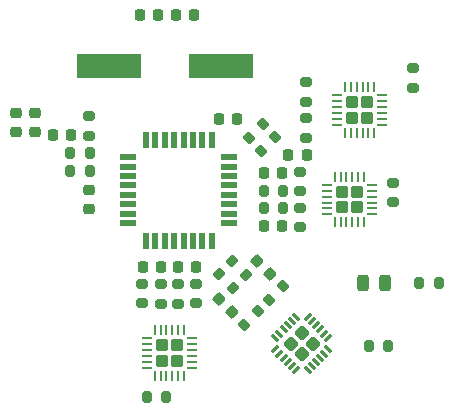
<source format=gbr>
%TF.GenerationSoftware,KiCad,Pcbnew,6.0.7-f9a2dced07~116~ubuntu22.04.1*%
%TF.CreationDate,2022-08-22T18:57:46+02:00*%
%TF.ProjectId,First,46697273-742e-46b6-9963-61645f706362,rev?*%
%TF.SameCoordinates,Original*%
%TF.FileFunction,Paste,Top*%
%TF.FilePolarity,Positive*%
%FSLAX46Y46*%
G04 Gerber Fmt 4.6, Leading zero omitted, Abs format (unit mm)*
G04 Created by KiCad (PCBNEW 6.0.7-f9a2dced07~116~ubuntu22.04.1) date 2022-08-22 18:57:46*
%MOMM*%
%LPD*%
G01*
G04 APERTURE LIST*
G04 Aperture macros list*
%AMRoundRect*
0 Rectangle with rounded corners*
0 $1 Rounding radius*
0 $2 $3 $4 $5 $6 $7 $8 $9 X,Y pos of 4 corners*
0 Add a 4 corners polygon primitive as box body*
4,1,4,$2,$3,$4,$5,$6,$7,$8,$9,$2,$3,0*
0 Add four circle primitives for the rounded corners*
1,1,$1+$1,$2,$3*
1,1,$1+$1,$4,$5*
1,1,$1+$1,$6,$7*
1,1,$1+$1,$8,$9*
0 Add four rect primitives between the rounded corners*
20,1,$1+$1,$2,$3,$4,$5,0*
20,1,$1+$1,$4,$5,$6,$7,0*
20,1,$1+$1,$6,$7,$8,$9,0*
20,1,$1+$1,$8,$9,$2,$3,0*%
G04 Aperture macros list end*
%ADD10RoundRect,0.200000X-0.053033X0.335876X-0.335876X0.053033X0.053033X-0.335876X0.335876X-0.053033X0*%
%ADD11RoundRect,0.200000X0.275000X-0.200000X0.275000X0.200000X-0.275000X0.200000X-0.275000X-0.200000X0*%
%ADD12RoundRect,0.200000X0.053033X-0.335876X0.335876X-0.053033X-0.053033X0.335876X-0.335876X0.053033X0*%
%ADD13RoundRect,0.200000X0.200000X0.275000X-0.200000X0.275000X-0.200000X-0.275000X0.200000X-0.275000X0*%
%ADD14RoundRect,0.225000X-0.225000X-0.250000X0.225000X-0.250000X0.225000X0.250000X-0.225000X0.250000X0*%
%ADD15RoundRect,0.200000X-0.200000X-0.275000X0.200000X-0.275000X0.200000X0.275000X-0.200000X0.275000X0*%
%ADD16RoundRect,0.200000X-0.275000X0.200000X-0.275000X-0.200000X0.275000X-0.200000X0.275000X0.200000X0*%
%ADD17RoundRect,0.225000X0.225000X0.250000X-0.225000X0.250000X-0.225000X-0.250000X0.225000X-0.250000X0*%
%ADD18R,5.500000X2.000000*%
%ADD19RoundRect,0.225000X-0.250000X0.225000X-0.250000X-0.225000X0.250000X-0.225000X0.250000X0.225000X0*%
%ADD20RoundRect,0.225000X-0.335876X-0.017678X-0.017678X-0.335876X0.335876X0.017678X0.017678X0.335876X0*%
%ADD21RoundRect,0.250000X-0.275000X-0.275000X0.275000X-0.275000X0.275000X0.275000X-0.275000X0.275000X0*%
%ADD22RoundRect,0.062500X-0.350000X-0.062500X0.350000X-0.062500X0.350000X0.062500X-0.350000X0.062500X0*%
%ADD23RoundRect,0.062500X-0.062500X-0.350000X0.062500X-0.350000X0.062500X0.350000X-0.062500X0.350000X0*%
%ADD24RoundRect,0.250000X-0.275000X0.275000X-0.275000X-0.275000X0.275000X-0.275000X0.275000X0.275000X0*%
%ADD25RoundRect,0.062500X-0.062500X0.350000X-0.062500X-0.350000X0.062500X-0.350000X0.062500X0.350000X0*%
%ADD26RoundRect,0.062500X-0.350000X0.062500X-0.350000X-0.062500X0.350000X-0.062500X0.350000X0.062500X0*%
%ADD27RoundRect,0.250000X-0.388909X0.000000X0.000000X-0.388909X0.388909X0.000000X0.000000X0.388909X0*%
%ADD28RoundRect,0.062500X-0.291682X0.203293X0.203293X-0.291682X0.291682X-0.203293X-0.203293X0.291682X0*%
%ADD29RoundRect,0.062500X-0.291682X-0.203293X-0.203293X-0.291682X0.291682X0.203293X0.203293X0.291682X0*%
%ADD30R,1.358900X0.508000*%
%ADD31R,0.508000X1.358900*%
%ADD32RoundRect,0.200000X0.335876X0.053033X0.053033X0.335876X-0.335876X-0.053033X-0.053033X-0.335876X0*%
%ADD33RoundRect,0.243750X0.243750X0.456250X-0.243750X0.456250X-0.243750X-0.456250X0.243750X-0.456250X0*%
G04 APERTURE END LIST*
D10*
%TO.C,R12*%
X125533363Y-65326637D03*
X124366637Y-66493363D03*
%TD*%
D11*
%TO.C,R16*%
X127490000Y-52755000D03*
X127490000Y-51105000D03*
%TD*%
D12*
%TO.C,R8*%
X122236637Y-68613363D03*
X123403363Y-67446637D03*
%TD*%
D11*
%TO.C,R2*%
X115150000Y-66815000D03*
X115150000Y-65165000D03*
%TD*%
D13*
%TO.C,R22*%
X134425000Y-70358000D03*
X132775000Y-70358000D03*
%TD*%
D14*
%TO.C,C10*%
X125975000Y-54200000D03*
X127525000Y-54200000D03*
%TD*%
D13*
%TO.C,R11*%
X125525000Y-58750000D03*
X123875000Y-58750000D03*
%TD*%
D14*
%TO.C,C8*%
X123915000Y-55720000D03*
X125465000Y-55720000D03*
%TD*%
%TO.C,C12*%
X113425000Y-42400000D03*
X114975000Y-42400000D03*
%TD*%
D15*
%TO.C,R21*%
X113983000Y-74676000D03*
X115633000Y-74676000D03*
%TD*%
D16*
%TO.C,R18*%
X127490000Y-48075000D03*
X127490000Y-49725000D03*
%TD*%
%TO.C,R1*%
X113590000Y-65145000D03*
X113590000Y-66795000D03*
%TD*%
D17*
%TO.C,C11*%
X121655000Y-51170000D03*
X120105000Y-51170000D03*
%TD*%
D16*
%TO.C,R7*%
X109090000Y-50925000D03*
X109090000Y-52575000D03*
%TD*%
D18*
%TO.C,Y1*%
X110750000Y-46700000D03*
X120250000Y-46700000D03*
%TD*%
D19*
%TO.C,C9*%
X104520000Y-50695000D03*
X104520000Y-52245000D03*
%TD*%
D17*
%TO.C,C13*%
X117975000Y-42400000D03*
X116425000Y-42400000D03*
%TD*%
D19*
%TO.C,C2*%
X102950000Y-50705000D03*
X102950000Y-52255000D03*
%TD*%
D16*
%TO.C,R24*%
X136500000Y-46875000D03*
X136500000Y-48525000D03*
%TD*%
D11*
%TO.C,R9*%
X126960000Y-60345000D03*
X126960000Y-58695000D03*
%TD*%
D13*
%TO.C,R15*%
X125525000Y-57240000D03*
X123875000Y-57240000D03*
%TD*%
D20*
%TO.C,C7*%
X123341992Y-63231992D03*
X124438008Y-64328008D03*
%TD*%
D13*
%TO.C,R5*%
X109165000Y-54050000D03*
X107515000Y-54050000D03*
%TD*%
D21*
%TO.C,U4*%
X130490000Y-58650000D03*
X130490000Y-57350000D03*
X131790000Y-57350000D03*
X131790000Y-58650000D03*
D22*
X129202500Y-56750000D03*
X129202500Y-57250000D03*
X129202500Y-57750000D03*
X129202500Y-58250000D03*
X129202500Y-58750000D03*
X129202500Y-59250000D03*
D23*
X129890000Y-59937500D03*
X130390000Y-59937500D03*
X130890000Y-59937500D03*
X131390000Y-59937500D03*
X131890000Y-59937500D03*
X132390000Y-59937500D03*
D22*
X133077500Y-59250000D03*
X133077500Y-58750000D03*
X133077500Y-58250000D03*
X133077500Y-57750000D03*
X133077500Y-57250000D03*
X133077500Y-56750000D03*
D23*
X132390000Y-56062500D03*
X131890000Y-56062500D03*
X131390000Y-56062500D03*
X130890000Y-56062500D03*
X130390000Y-56062500D03*
X129890000Y-56062500D03*
%TD*%
D24*
%TO.C,U1*%
X116550000Y-71650000D03*
X116550000Y-70350000D03*
X115250000Y-70350000D03*
X115250000Y-71650000D03*
D25*
X117150000Y-69062500D03*
X116650000Y-69062500D03*
X116150000Y-69062500D03*
X115650000Y-69062500D03*
X115150000Y-69062500D03*
X114650000Y-69062500D03*
D26*
X113962500Y-69750000D03*
X113962500Y-70250000D03*
X113962500Y-70750000D03*
X113962500Y-71250000D03*
X113962500Y-71750000D03*
X113962500Y-72250000D03*
D25*
X114650000Y-72937500D03*
X115150000Y-72937500D03*
X115650000Y-72937500D03*
X116150000Y-72937500D03*
X116650000Y-72937500D03*
X117150000Y-72937500D03*
D26*
X117837500Y-72250000D03*
X117837500Y-71750000D03*
X117837500Y-71250000D03*
X117837500Y-70750000D03*
X117837500Y-70250000D03*
X117837500Y-69750000D03*
%TD*%
D16*
%TO.C,R3*%
X118170000Y-65145000D03*
X118170000Y-66795000D03*
%TD*%
D27*
%TO.C,U3*%
X126190761Y-70190000D03*
X127110000Y-69270761D03*
X127110000Y-71109239D03*
X128029239Y-70190000D03*
D28*
X126623864Y-67936097D03*
X126270311Y-68289651D03*
X125916757Y-68643204D03*
X125563204Y-68996757D03*
X125209651Y-69350311D03*
X124856097Y-69703864D03*
D29*
X124856097Y-70676136D03*
X125209651Y-71029689D03*
X125563204Y-71383243D03*
X125916757Y-71736796D03*
X126270311Y-72090349D03*
X126623864Y-72443903D03*
D28*
X127596136Y-72443903D03*
X127949689Y-72090349D03*
X128303243Y-71736796D03*
X128656796Y-71383243D03*
X129010349Y-71029689D03*
X129363903Y-70676136D03*
D29*
X129363903Y-69703864D03*
X129010349Y-69350311D03*
X128656796Y-68996757D03*
X128303243Y-68643204D03*
X127949689Y-68289651D03*
X127596136Y-67936097D03*
%TD*%
D16*
%TO.C,R23*%
X134800000Y-56575000D03*
X134800000Y-58225000D03*
%TD*%
%TO.C,R13*%
X126960000Y-55645000D03*
X126960000Y-57295000D03*
%TD*%
D11*
%TO.C,R4*%
X116650000Y-66815000D03*
X116650000Y-65165000D03*
%TD*%
D30*
%TO.C,U2*%
X112426450Y-54400001D03*
X112426450Y-55199999D03*
X112426450Y-56000000D03*
X112426450Y-56800001D03*
X112426450Y-57599999D03*
X112426450Y-58400000D03*
X112426450Y-59199999D03*
X112426450Y-59999999D03*
D31*
X113900001Y-61473550D03*
X114699999Y-61473550D03*
X115500000Y-61473550D03*
X116300001Y-61473550D03*
X117099999Y-61473550D03*
X117900000Y-61473550D03*
X118699999Y-61473550D03*
X119499999Y-61473550D03*
D30*
X120973550Y-59999999D03*
X120973550Y-59200001D03*
X120973550Y-58400000D03*
X120973550Y-57599999D03*
X120973550Y-56800001D03*
X120973550Y-56000000D03*
X120973550Y-55200001D03*
X120973550Y-54400001D03*
D31*
X119499999Y-52926450D03*
X118700001Y-52926450D03*
X117900000Y-52926450D03*
X117099999Y-52926450D03*
X116300001Y-52926450D03*
X115500000Y-52926450D03*
X114700001Y-52926450D03*
X113900001Y-52926450D03*
%TD*%
D17*
%TO.C,C18*%
X107585000Y-52490000D03*
X106035000Y-52490000D03*
%TD*%
D21*
%TO.C,U6*%
X132650000Y-49770000D03*
X132650000Y-51070000D03*
X131350000Y-51070000D03*
X131350000Y-49770000D03*
D22*
X130062500Y-49170000D03*
X130062500Y-49670000D03*
X130062500Y-50170000D03*
X130062500Y-50670000D03*
X130062500Y-51170000D03*
X130062500Y-51670000D03*
D23*
X130750000Y-52357500D03*
X131250000Y-52357500D03*
X131750000Y-52357500D03*
X132250000Y-52357500D03*
X132750000Y-52357500D03*
X133250000Y-52357500D03*
D22*
X133937500Y-51670000D03*
X133937500Y-51170000D03*
X133937500Y-50670000D03*
X133937500Y-50170000D03*
X133937500Y-49670000D03*
X133937500Y-49170000D03*
D23*
X133250000Y-48482500D03*
X132750000Y-48482500D03*
X132250000Y-48482500D03*
X131750000Y-48482500D03*
X131250000Y-48482500D03*
X130750000Y-48482500D03*
%TD*%
D32*
%TO.C,R10*%
X121303363Y-65443363D03*
X120136637Y-64276637D03*
%TD*%
D15*
%TO.C,R6*%
X107515000Y-55550000D03*
X109165000Y-55550000D03*
%TD*%
D32*
%TO.C,R14*%
X122363363Y-64393363D03*
X121196637Y-63226637D03*
%TD*%
D14*
%TO.C,C6*%
X123925000Y-60270000D03*
X125475000Y-60270000D03*
%TD*%
D10*
%TO.C,R19*%
X123783363Y-51616637D03*
X122616637Y-52783363D03*
%TD*%
D33*
%TO.C,D1*%
X134137500Y-65060000D03*
X132262500Y-65060000D03*
%TD*%
D20*
%TO.C,C1*%
X120131992Y-66411992D03*
X121228008Y-67508008D03*
%TD*%
D17*
%TO.C,C3*%
X115175000Y-63700000D03*
X113625000Y-63700000D03*
%TD*%
D10*
%TO.C,R17*%
X124863363Y-52706637D03*
X123696637Y-53873363D03*
%TD*%
D19*
%TO.C,C4*%
X109080000Y-57205000D03*
X109080000Y-58755000D03*
%TD*%
D13*
%TO.C,R20*%
X138725000Y-65040000D03*
X137075000Y-65040000D03*
%TD*%
D14*
%TO.C,C5*%
X116625000Y-63700000D03*
X118175000Y-63700000D03*
%TD*%
M02*

</source>
